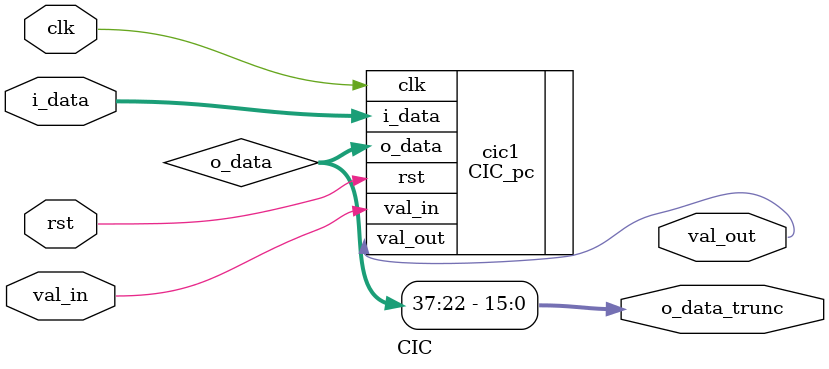
<source format=v>
module CIC
#(parameter Win=16, // Input length
  parameter Wg=22)  // Guard bits

  (input signed [Win-1:0] i_data,  		// Data input
   input clk,
   input rst,
   input val_in,  						// Validation input
   output val_out,						// Validation output
   output signed [15:0] o_data_trunc);	// Data output

   wire signed [Win+Wg-1:0] o_data;

   CIC_pc #(.Win(Win), .Wg(Wg)) cic1
    (.i_data(i_data), 
    .clk(clk), 
    .rst(rst), 
    .val_in(val_in), 
    .val_out(val_out), 
    .o_data(o_data));

   assign o_data_trunc = o_data [Win+Wg-1:Wg];

endmodule
</source>
